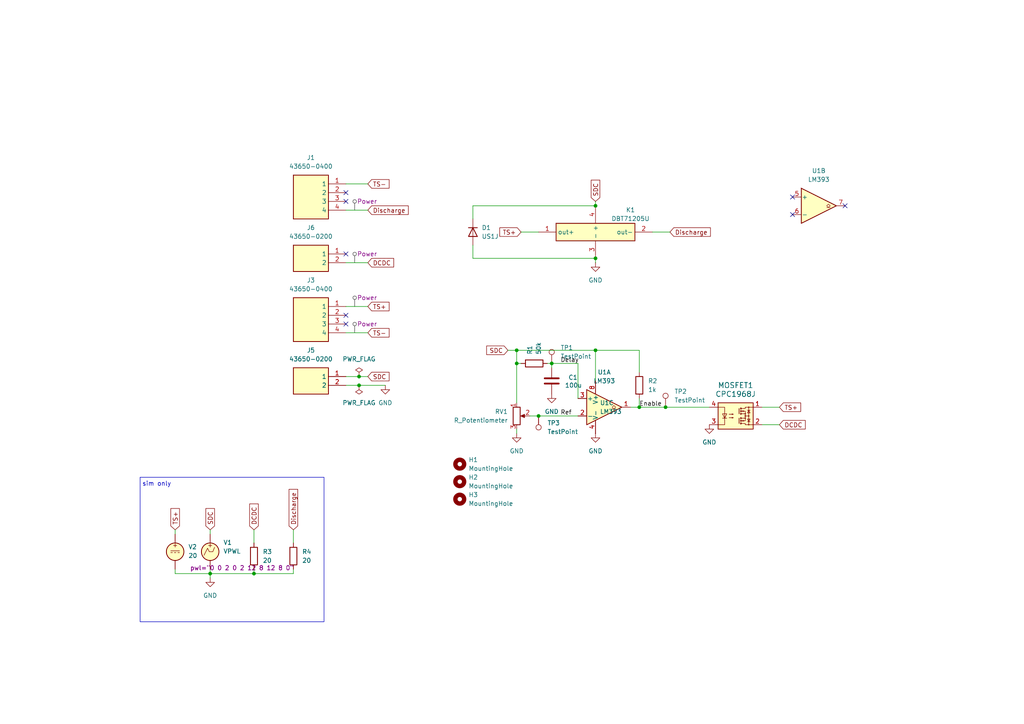
<source format=kicad_sch>
(kicad_sch (version 20250114) (generator "eeschema") (generator_version "9.0")
  (paper "A4")
  (lib_symbols
    (symbol "43650-0200:43650-0200"
      (property "Reference" "J" (at 16.51 7.62 0))
      (property "Value" "43650-0200" (at 16.51 5.08 0))
      (symbol "43650-0200_1_1"
        (rectangle (start 5.08 2.54) (end 15.24 -5.08) (stroke (width 0.254)) (fill (type background)))
        (pin passive line (at 0 0 0) (length 5.08) (name "2") (number "2"))
        (pin passive line (at 0 -2.54 0) (length 5.08) (name "1") (number "1"))
      )
    )
    (symbol "43650-0400:43650-0400"
      (property "Reference" "J" (at 16.51 7.62 0))
      (property "Value" "43650-0400" (at 16.51 5.08 0))
      (symbol "43650-0400_1_1"
        (rectangle (start 5.08 2.54) (end 15.24 -10.16) (stroke (width 0.254)) (fill (type background)))
        (pin passive line (at 0 0 0) (length 5.08) (name "4") (number "4"))
        (pin passive line (at 0 -2.54 0) (length 5.08) (name "3") (number "3"))
        (pin passive line (at 0 -5.08 0) (length 5.08) (name "2") (number "2"))
        (pin passive line (at 0 -7.62 0) (length 5.08) (name "1") (number "1"))
      )
    )
    (symbol "CPC1968J:CPC1968J" (pin_names (offset 0.254))
      (property "Reference" "MOSFET" (at 20.32 10.16 0))
      (property "Value" "CPC1968J" (at 20.32 7.62 0))
      (symbol "CPC1968J_0_1"
        (rectangle (start 2.54 1.27) (end 12.7 -6.35) (stroke (width 0.254)) (fill (type background)))
        (polyline (pts (xy 2.54 0) (xy 4.445 0) (xy 4.445 -5.08) (xy 2.54 -5.08)))
        (polyline (pts (xy 3.81 -3.175) (xy 5.08 -3.175)))
        (polyline (pts (xy 4.445 -3.175) (xy 3.81 -1.905) (xy 5.08 -1.905) (xy 4.445 -3.175)))
        (polyline (pts (xy 5.715 -2.032) (xy 6.985 -2.032) (xy 6.604 -2.159) (xy 6.604 -1.905) (xy 6.985 -2.032)))
        (polyline (pts (xy 5.715 -3.048) (xy 6.985 -3.048) (xy 6.604 -3.175) (xy 6.604 -2.921) (xy 6.985 -3.048)))
        (polyline (pts (xy 8.636 -0.381) (xy 8.636 -1.905)) (stroke (width 0.2032)))
        (polyline (pts (xy 8.636 -3.175) (xy 8.636 -4.699)) (stroke (width 0.2032)))
        (polyline (pts (xy 9.144 -0.254) (xy 9.144 -0.508) (xy 9.144 -0.508)) (stroke (width 0.3556)))
        (polyline (pts (xy 9.144 -1.016) (xy 9.144 -1.27) (xy 9.144 -1.27)) (stroke (width 0.3556)))
        (polyline (pts (xy 9.144 -1.778) (xy 9.144 -2.032) (xy 9.144 -2.032)) (stroke (width 0.3556)))
        (polyline (pts (xy 9.144 -3.048) (xy 9.144 -3.302)) (stroke (width 0.3556)))
        (polyline (pts (xy 9.144 -3.81) (xy 9.144 -4.064) (xy 9.144 -4.064)) (stroke (width 0.3556)))
        (polyline (pts (xy 9.144 -4.572) (xy 9.144 -4.826) (xy 9.144 -4.826)) (stroke (width 0.3556)))
        (polyline (pts (xy 9.271 -0.381) (xy 10.414 -0.381) (xy 10.414 0) (xy 12.7 0)))
        (polyline (pts (xy 9.271 -1.143) (xy 10.414 -1.143) (xy 10.414 -1.905)))
        (polyline (pts (xy 9.271 -3.175) (xy 10.414 -3.175) (xy 10.414 -1.905) (xy 9.271 -1.905)))
        (polyline (pts (xy 9.271 -3.937) (xy 10.414 -3.937) (xy 10.414 -3.175)))
        (polyline (pts (xy 9.271 -4.699) (xy 10.414 -4.699) (xy 10.414 -5.08) (xy 12.7 -5.08)))
        (polyline (pts (xy 9.398 -1.143) (xy 9.906 -1.016) (xy 9.906 -1.27) (xy 9.398 -1.143)))
        (polyline (pts (xy 9.398 -3.937) (xy 9.906 -3.81) (xy 9.906 -4.064) (xy 9.398 -3.937)))
        (circle (center 10.414 -1.905) (radius 0.127))
        (polyline (pts (xy 10.414 -2.54) (xy 11.43 -2.54)))
        (circle (center 10.414 -2.54) (radius 0.127))
        (circle (center 10.414 -3.175) (radius 0.127))
        (polyline (pts (xy 11.049 -0.889) (xy 11.811 -0.889)))
        (polyline (pts (xy 11.049 -4.191) (xy 11.811 -4.191)))
        (circle (center 11.43 0) (radius 0.127))
        (polyline (pts (xy 11.43 -0.889) (xy 11.049 -1.651) (xy 11.811 -1.651) (xy 11.43 -0.889)))
        (circle (center 11.43 -2.54) (radius 0.127))
        (polyline (pts (xy 11.43 -4.191) (xy 11.049 -3.429) (xy 11.811 -3.429) (xy 11.43 -4.191)))
        (polyline (pts (xy 11.43 -5.08) (xy 11.43 0)))
        (circle (center 11.43 -5.08) (radius 0.127))
      )
      (symbol "CPC1968J_1_1"
        (pin passive line (at 0 0 0) (length 2.54) (name "~") (number "4"))
        (pin passive line (at 0 -5.08 0) (length 2.54) (name "~") (number "3"))
        (pin passive line (at 15.24 0 180) (length 2.54) (name "~") (number "1"))
        (pin passive line (at 15.24 -5.08 180) (length 2.54) (name "~") (number "2"))
      )
    )
    (symbol "Comparator:LM393" (pin_names (offset 0.127))
      (property "Reference" "U" (at 3.81 3.81 0))
      (property "Value" "LM393" (at 6.35 -3.81 0))
      (symbol "LM393_1_1"
        (polyline (pts (xy -5.08 5.08) (xy 5.08 0) (xy -5.08 -5.08) (xy -5.08 5.08)) (stroke (width 0.254)) (fill (type background)))
        (polyline (pts (xy 3.302 -0.508) (xy 2.794 -0.508) (xy 3.302 0) (xy 2.794 0.508) (xy 2.286 0) (xy 2.794 -0.508) (xy 2.286 -0.508)) (stroke (width 0.127)))
        (pin input line (at -7.62 2.54 0) (length 2.54) (name "+") (number "3"))
        (pin input line (at -7.62 -2.54 0) (length 2.54) (name "-") (number "2"))
        (pin open_collector line (at 7.62 0 180) (length 2.54) (name "~") (number "1"))
      )
      (symbol "LM393_2_1"
        (polyline (pts (xy -5.08 5.08) (xy 5.08 0) (xy -5.08 -5.08) (xy -5.08 5.08)) (stroke (width 0.254)) (fill (type background)))
        (polyline (pts (xy 3.302 -0.508) (xy 2.794 -0.508) (xy 3.302 0) (xy 2.794 0.508) (xy 2.286 0) (xy 2.794 -0.508) (xy 2.286 -0.508)) (stroke (width 0.127)))
        (pin input line (at -7.62 2.54 0) (length 2.54) (name "+") (number "5"))
        (pin input line (at -7.62 -2.54 0) (length 2.54) (name "-") (number "6"))
        (pin open_collector line (at 7.62 0 180) (length 2.54) (name "~") (number "7"))
      )
      (symbol "LM393_3_1"
        (pin power_in line (at -2.54 7.62 270) (length 3.81) (name "V+") (number "8"))
        (pin power_in line (at -2.54 -7.62 90) (length 3.81) (name "V-") (number "4"))
      )
    )
    (symbol "Connector:TestPoint" (pin_numbers (hide yes)) (pin_names (offset 0.762) (hide yes))
      (property "Reference" "TP" (at 0 6.858 0))
      (property "Value" "TestPoint" (at 0 5.08 0))
      (symbol "TestPoint_0_1"
        (circle (center 0 3.302) (radius 0.762))
      )
      (symbol "TestPoint_1_1"
        (pin passive line (at 0 0 90) (length 2.54) (name "1") (number "1"))
      )
    )
    (symbol "DBT71205U:DBT71205U"
      (property "Reference" "K" (at 21.59 12.7 0))
      (property "Value" "DBT71205U" (at 21.59 10.16 0))
      (symbol "DBT71205U_1_1"
        (rectangle (start 5.08 2.54) (end 27.94 -2.54) (stroke (width 0.254)) (fill (type background)))
        (pin passive line (at 0 0 0) (length 5.08) (name "out+") (number "1"))
        (pin passive line (at 16.51 7.62 270) (length 5.08) (name "+") (number "4"))
        (pin passive line (at 16.51 -7.62 90) (length 5.08) (name "-") (number "3"))
        (pin passive line (at 33.02 0 180) (length 5.08) (name "out-") (number "2"))
      )
    )
    (symbol "Device:C" (pin_numbers (hide yes)) (pin_names (offset 0.254))
      (property "Reference" "C" (at 0.635 2.54 0))
      (property "Value" "C" (at 0.635 -2.54 0))
      (symbol "C_0_1"
        (polyline (pts (xy -2.032 0.762) (xy 2.032 0.762)) (stroke (width 0.508)))
        (polyline (pts (xy -2.032 -0.762) (xy 2.032 -0.762)) (stroke (width 0.508)))
      )
      (symbol "C_1_1"
        (pin passive line (at 0 3.81 270) (length 2.794) (name "~") (number "1"))
        (pin passive line (at 0 -3.81 90) (length 2.794) (name "~") (number "2"))
      )
    )
    (symbol "Device:R" (pin_numbers (hide yes)) (pin_names (offset 0))
      (property "Reference" "R" (at 2.032 0 90))
      (property "Value" "R" (at 0 0 90))
      (symbol "R_0_1"
        (rectangle (start -1.016 -2.54) (end 1.016 2.54) (stroke (width 0.254)))
      )
      (symbol "R_1_1"
        (pin passive line (at 0 3.81 270) (length 1.27) (name "~") (number "1"))
        (pin passive line (at 0 -3.81 90) (length 1.27) (name "~") (number "2"))
      )
    )
    (symbol "Device:R_Potentiometer" (pin_names (offset 1.016) (hide yes))
      (property "Reference" "RV" (at -4.445 0 90))
      (property "Value" "R_Potentiometer" (at -2.54 0 90))
      (symbol "R_Potentiometer_0_1"
        (rectangle (start 1.016 2.54) (end -1.016 -2.54) (stroke (width 0.254)))
        (polyline (pts (xy 1.143 0) (xy 2.286 0.508) (xy 2.286 -0.508) (xy 1.143 0)) (fill (type outline)))
        (polyline (pts (xy 2.54 0) (xy 1.524 0)))
      )
      (symbol "R_Potentiometer_1_1"
        (pin passive line (at 0 3.81 270) (length 1.27) (name "1") (number "1"))
        (pin passive line (at 0 -3.81 90) (length 1.27) (name "3") (number "3"))
        (pin passive line (at 3.81 0 180) (length 1.27) (name "2") (number "2"))
      )
    )
    (symbol "Diode:US1J" (pin_numbers (hide yes)) (pin_names (hide yes))
      (property "Reference" "D" (at 0 2.54 0))
      (property "Value" "US1J" (at 0 -2.54 0))
      (symbol "US1J_0_1"
        (polyline (pts (xy -1.27 1.27) (xy -1.27 -1.27)) (stroke (width 0.254)))
        (polyline (pts (xy 1.27 1.27) (xy 1.27 -1.27) (xy -1.27 0) (xy 1.27 1.27)) (stroke (width 0.254)))
        (polyline (pts (xy 1.27 0) (xy -1.27 0)))
      )
      (symbol "US1J_1_1"
        (pin passive line (at -3.81 0 0) (length 2.54) (name "K") (number "1"))
        (pin passive line (at 3.81 0 180) (length 2.54) (name "A") (number "2"))
      )
    )
    (symbol "Mechanical:MountingHole" (pin_names (offset 1.016)) (in_bom no)
      (property "Reference" "H" (at 0 5.08 0))
      (property "Value" "MountingHole" (at 0 3.175 0))
      (symbol "MountingHole_0_1"
        (circle (center 0 0) (radius 1.27) (stroke (width 1.27)))
      )
    )
    (symbol "Simulation_SPICE:VDC" (pin_numbers (hide yes)) (pin_names (offset 0.0254))
      (property "Reference" "V" (at 2.54 2.54 0))
      (property "Value" "1" (at 2.54 0 0))
      (symbol "VDC_0_0"
        (polyline (pts (xy -1.27 0.254) (xy 1.27 0.254)))
        (polyline (pts (xy -0.762 -0.254) (xy -1.27 -0.254)))
        (polyline (pts (xy 0.254 -0.254) (xy -0.254 -0.254)))
        (polyline (pts (xy 1.27 -0.254) (xy 0.762 -0.254)))
        (text "+" (at 0 1.905 0) (effects (font (size 1.27 1.27))))
      )
      (symbol "VDC_0_1"
        (circle (center 0 0) (radius 2.54) (stroke (width 0.254)) (fill (type background)))
      )
      (symbol "VDC_1_1"
        (pin passive line (at 0 5.08 270) (length 2.54) (name "~") (number "1"))
        (pin passive line (at 0 -5.08 90) (length 2.54) (name "~") (number "2"))
      )
    )
    (symbol "Simulation_SPICE:VPWL" (pin_numbers (hide yes)) (pin_names (offset 0.0254))
      (property "Reference" "V" (at 2.54 2.54 0))
      (property "Value" "VPWL" (at 2.54 0 0))
      (property "Sim.Params" "pwl=\"0 -1 50n -1 51n 0 97n 1 171n -1 200n -1\"" (at 2.54 -2.54 0))
      (symbol "VPWL_0_0"
        (polyline (pts (xy -1.778 -1.016) (xy -0.762 1.016) (xy -0.254 0) (xy 0.762 0) (xy 1.27 1.27)))
        (text "+" (at 0 1.905 0) (effects (font (size 1.27 1.27))))
      )
      (symbol "VPWL_0_1"
        (circle (center 0 0) (radius 2.54) (stroke (width 0.254)) (fill (type background)))
      )
      (symbol "VPWL_1_1"
        (pin passive line (at 0 5.08 270) (length 2.54) (name "~") (number "1"))
        (pin passive line (at 0 -5.08 90) (length 2.54) (name "~") (number "2"))
      )
    )
    (symbol "power:GND" (power) (pin_numbers (hide yes)) (pin_names (offset 0) (hide yes))
      (property "Value" "GND" (at 0 -3.81 0))
      (symbol "GND_0_1"
        (polyline (pts (xy 0 0) (xy 0 -1.27) (xy 1.27 -1.27) (xy 0 -2.54) (xy -1.27 -1.27) (xy 0 -1.27)))
      )
      (symbol "GND_1_1"
        (pin power_in line (at 0 0 270) (length 0) (name "~") (number "1"))
      )
    )
    (symbol "power:PWR_FLAG" (power) (pin_numbers (hide yes)) (pin_names (offset 0) (hide yes))
      (property "Value" "PWR_FLAG" (at 0 3.81 0))
      (symbol "PWR_FLAG_0_0"
        (pin power_out line (at 0 0 90) (length 0) (name "~") (number "1"))
      )
      (symbol "PWR_FLAG_0_1"
        (polyline (pts (xy 0 0) (xy 0 1.27) (xy -1.016 1.905) (xy 0 2.54) (xy 1.016 1.905) (xy 0 1.27)))
      )
    )
  )
  (rectangle (start 40.64 138.43) (end 93.98 180.34))
  (text "sim only" (at 45.466 140.462 0) (effects (font (size 1.27 1.27))))
  (junction (at 160.02 105.41))
  (junction (at 104.14 109.22))
  (junction (at 60.96 166.37))
  (junction (at 172.72 59.69))
  (junction (at 156.21 120.65))
  (junction (at 149.86 101.6))
  (junction (at 149.86 105.41))
  (junction (at 172.72 101.6))
  (junction (at 193.04 118.11))
  (junction (at 104.14 111.76))
  (junction (at 172.72 74.93))
  (junction (at 185.42 118.11))
  (junction (at 73.66 166.37))
  (no_connect (at 100.33 55.88))
  (no_connect (at 100.33 93.98))
  (no_connect (at 100.33 73.66))
  (no_connect (at 229.87 57.15))
  (no_connect (at 100.33 58.42))
  (no_connect (at 229.87 62.23))
  (no_connect (at 245.11 59.69))
  (no_connect (at 100.33 91.44))
  (wire (pts (xy 100.33 111.76) (xy 104.14 111.76)))
  (wire (pts (xy 149.86 101.6) (xy 149.86 105.41)))
  (wire (pts (xy 149.86 101.6) (xy 172.72 101.6)))
  (wire (pts (xy 104.14 111.76) (xy 111.76 111.76)))
  (wire (pts (xy 185.42 118.11) (xy 193.04 118.11)))
  (wire (pts (xy 147.32 101.6) (xy 149.86 101.6)))
  (wire (pts (xy 100.33 53.34) (xy 106.68 53.34)))
  (wire (pts (xy 193.04 118.11) (xy 205.74 118.11)))
  (wire (pts (xy 85.09 153.67) (xy 85.09 157.48)))
  (wire (pts (xy 73.66 165.1) (xy 73.66 166.37)))
  (wire (pts (xy 185.42 101.6) (xy 185.42 107.95)))
  (wire (pts (xy 85.09 165.1) (xy 85.09 166.37)))
  (wire (pts (xy 172.72 59.69) (xy 137.16 59.69)))
  (wire (pts (xy 160.02 106.68) (xy 160.02 105.41)))
  (wire (pts (xy 151.13 67.31) (xy 156.21 67.31)))
  (wire (pts (xy 167.64 105.41) (xy 167.64 115.57)))
  (wire (pts (xy 172.72 58.42) (xy 172.72 59.69)))
  (wire (pts (xy 100.33 88.9) (xy 106.68 88.9)))
  (wire (pts (xy 158.75 105.41) (xy 160.02 105.41)))
  (wire (pts (xy 85.09 166.37) (xy 73.66 166.37)))
  (wire (pts (xy 50.8 166.37) (xy 60.96 166.37)))
  (wire (pts (xy 182.88 118.11) (xy 185.42 118.11)))
  (wire (pts (xy 73.66 153.67) (xy 73.66 157.48)))
  (wire (pts (xy 73.66 166.37) (xy 60.96 166.37)))
  (wire (pts (xy 50.8 153.67) (xy 50.8 154.94)))
  (wire (pts (xy 220.98 123.19) (xy 226.06 123.19)))
  (wire (pts (xy 149.86 125.73) (xy 149.86 124.46)))
  (wire (pts (xy 153.67 120.65) (xy 156.21 120.65)))
  (wire (pts (xy 137.16 74.93) (xy 172.72 74.93)))
  (wire (pts (xy 220.98 118.11) (xy 226.06 118.11)))
  (wire (pts (xy 172.72 76.2) (xy 172.72 74.93)))
  (wire (pts (xy 149.86 105.41) (xy 149.86 116.84)))
  (wire (pts (xy 160.02 105.41) (xy 167.64 105.41)))
  (wire (pts (xy 185.42 115.57) (xy 185.42 118.11)))
  (wire (pts (xy 106.68 109.22) (xy 104.14 109.22)))
  (wire (pts (xy 50.8 165.1) (xy 50.8 166.37)))
  (wire (pts (xy 189.23 67.31) (xy 194.31 67.31)))
  (wire (pts (xy 100.33 60.96) (xy 106.68 60.96)))
  (wire (pts (xy 137.16 71.12) (xy 137.16 74.93)))
  (wire (pts (xy 156.21 120.65) (xy 167.64 120.65)))
  (wire (pts (xy 137.16 59.69) (xy 137.16 63.5)))
  (wire (pts (xy 60.96 153.67) (xy 60.96 154.94)))
  (wire (pts (xy 172.72 101.6) (xy 185.42 101.6)))
  (wire (pts (xy 100.33 109.22) (xy 104.14 109.22)))
  (wire (pts (xy 106.68 76.2) (xy 100.33 76.2)))
  (wire (pts (xy 60.96 166.37) (xy 60.96 167.64)))
  (wire (pts (xy 106.68 96.52) (xy 100.33 96.52)))
  (wire (pts (xy 172.72 101.6) (xy 172.72 110.49)))
  (wire (pts (xy 60.96 165.1) (xy 60.96 166.37)))
  (wire (pts (xy 149.86 105.41) (xy 151.13 105.41)))
  (label "Enable" (at 185.42 118.11 0))
  (label "Delay" (at 162.56 105.41 0))
  (label "Ref" (at 162.56 120.65 0))
  (global_label "SDC" (shape input) (at 172.72 58.42 90) (property "Intersheetrefs" "${INTERSHEET_REFS}" (effects (hide yes))))
  (global_label "SDC" (shape input) (at 60.96 153.67 90) (property "Intersheetrefs" "${INTERSHEET_REFS}" (effects (hide yes))))
  (global_label "Discharge" (shape input) (at 106.68 60.96 0) (property "Intersheetrefs" "${INTERSHEET_REFS}" (effects (hide yes))))
  (global_label "DCDC" (shape input) (at 73.66 153.67 90) (property "Intersheetrefs" "${INTERSHEET_REFS}" (effects (hide yes))))
  (global_label "Discharge" (shape input) (at 194.31 67.31 0) (property "Intersheetrefs" "${INTERSHEET_REFS}" (effects (hide yes))))
  (global_label "Discharge" (shape input) (at 85.09 153.67 90) (property "Intersheetrefs" "${INTERSHEET_REFS}" (effects (hide yes))))
  (global_label "TS+" (shape input) (at 50.8 153.67 90) (property "Intersheetrefs" "${INTERSHEET_REFS}" (effects (hide yes))))
  (global_label "TS+" (shape input) (at 106.68 88.9 0) (property "Intersheetrefs" "${INTERSHEET_REFS}" (effects (hide yes))))
  (global_label "DCDC" (shape input) (at 106.68 76.2 0) (property "Intersheetrefs" "${INTERSHEET_REFS}" (effects (hide yes))))
  (global_label "TS+" (shape input) (at 151.13 67.31 180) (property "Intersheetrefs" "${INTERSHEET_REFS}" (effects (hide yes))))
  (global_label "TS+" (shape input) (at 226.06 118.11 0) (property "Intersheetrefs" "${INTERSHEET_REFS}" (effects (hide yes))))
  (global_label "SDC" (shape input) (at 147.32 101.6 180) (property "Intersheetrefs" "${INTERSHEET_REFS}" (effects (hide yes))))
  (global_label "TS-" (shape input) (at 106.68 53.34 0) (property "Intersheetrefs" "${INTERSHEET_REFS}" (effects (hide yes))))
  (global_label "SDC" (shape input) (at 106.68 109.22 0) (property "Intersheetrefs" "${INTERSHEET_REFS}" (effects (hide yes))))
  (global_label "DCDC" (shape input) (at 226.06 123.19 0) (property "Intersheetrefs" "${INTERSHEET_REFS}" (effects (hide yes))))
  (global_label "TS-" (shape input) (at 106.68 96.52 0) (property "Intersheetrefs" "${INTERSHEET_REFS}" (effects (hide yes))))
  (netclass_flag "" (length 2.54) (shape round) (at 102.87 96.52 0) (property "Netclass" "Power" (at 103.5685 93.98 0) (effects (justify left))))
  (netclass_flag "" (length 2.54) (shape round) (at 102.87 60.96 0) (property "Netclass" "Power" (at 103.5685 58.42 0) (effects (justify left))))
  (netclass_flag "" (length 2.54) (shape round) (at 102.87 76.2 0) (property "Netclass" "Power" (at 103.5685 73.66 0) (effects (justify left))))
  (netclass_flag "" (length 2.54) (shape round) (at 102.87 88.9 0) (property "Netclass" "Power" (at 103.5685 86.36 0) (effects (justify left))))
  (symbol (lib_id "Connector:TestPoint") (at 193.04 118.11 0) (unit 1) (exclude_from_sim yes) (in_bom no)
    (property "Reference" "TP2" (at 195.58 113.5379 0) (effects (justify left)))
    (property "Value" "TestPoint" (at 195.58 116.0779 0) (effects (justify left)))
    (property "Footprint" "TestPoint:TestPoint_THTPad_D1.5mm_Drill0.7mm" (effects (hide yes)))
    (property "Description" "Out" (effects (hide yes)))
  )
  (symbol (lib_id "power:GND") (at 160.02 114.3 0) (unit 1)
    (property "Reference" "#PWR02" (effects (hide yes)))
    (property "Value" "GND" (at 160.02 119.38 0))
    (property "Description" "Power symbol creates a global label with name \"GND\" , ground" (effects (hide yes)))
  )
  (symbol (lib_id "Simulation_SPICE:VPWL") (at 60.96 160.02 0) (unit 1) (in_bom no) (on_board no)
    (property "Reference" "V1" (at 64.77 157.3501 0) (effects (justify left)))
    (property "Value" "VPWL" (at 64.77 159.8901 0) (effects (justify left)))
    (property "Datasheet" "https://ngspice.sourceforge.io/docs/ngspice-html-manual/manual.xhtml#sec_Independent_Sources_for" (effects (hide yes)))
    (property "Description" "Voltage source, piece-wise linear" (effects (hide yes)))
    (property "Sim.Pins" "1=+ 2=-" (effects (hide yes)))
    (property "Sim.Device" "V" (effects (hide yes)))
    (property "Sim.Params" "pwl=\"0 0 2 0 2 12 8 12 8 0\"" (at 55.118 164.7161 0) (effects (justify left)))
    (property "Sim.Type" "PWL" (effects (hide yes)))
  )
  (symbol (lib_id "power:PWR_FLAG") (at 104.14 109.22 0) (unit 1) (exclude_from_sim yes)
    (property "Reference" "#FLG01" (effects (hide yes)))
    (property "Value" "PWR_FLAG" (at 104.14 104.14 0))
    (property "Description" "Special symbol for telling ERC where power comes from" (effects (hide yes)))
  )
  (symbol (lib_id "Device:C") (at 160.02 110.49 0) (unit 1)
    (property "Reference" "C1" (at 164.846 109.4739 0) (effects (justify left)))
    (property "Value" "100u" (at 163.83 111.7599 0) (effects (justify left)))
    (property "Footprint" "Capacitor_SMD:C_1210_3225Metric_Pad1.33x2.70mm_HandSolder" (effects (hide yes)))
    (property "Datasheet" "https://www.mouser.tw/ProductDetail/TAIYO-YUDEN/EMK325ABJ107MM-T?qs=I6KAKw0tg2y0ShKbEoYruw%3D%3D" (effects (hide yes)))
    (property "Description" "EMK325ABJ107MM-T" (effects (hide yes)))
  )
  (symbol (lib_id "power:GND") (at 60.96 167.64 0) (unit 1) (in_bom no) (on_board no)
    (property "Reference" "#PWR07" (effects (hide yes)))
    (property "Value" "GND" (at 60.96 172.72 0))
    (property "Description" "Power symbol creates a global label with name \"GND\" , ground" (effects (hide yes)))
  )
  (symbol (lib_id "Device:R") (at 154.94 105.41 270) (unit 1)
    (property "Reference" "R1" (at 153.6699 102.87 0) (effects (justify right)))
    (property "Value" "50k" (at 156.2099 102.87 0) (effects (justify right)))
    (property "Footprint" "Resistor_SMD:R_0603_1608Metric_Pad0.98x0.95mm_HandSolder" (effects (hide yes)))
    (property "Datasheet" "https://www.mouser.tw/ProductDetail/YAGEO/RT0603BRD0750KL?qs=sGAEpiMZZMtlubZbdhIBIEgN9MQql2m6ewcteVFRdgU%3D" (effects (hide yes)))
    (property "Description" "RT0603BRD0750KL" (effects (hide yes)))
  )
  (symbol (lib_id "Comparator:LM393") (at 175.26 118.11 0) (unit 3)
    (property "Reference" "U1" (at 173.99 116.8399 0) (effects (justify left)))
    (property "Value" "LM393" (at 173.99 119.3799 0) (effects (justify left)))
    (property "Footprint" "Package_SO:TSSOP-8_4.4x3mm_P0.65mm" (effects (hide yes)))
    (property "Datasheet" "https://www.mouser.tw/ProductDetail/Texas-Instruments/LM393BIPWR?qs=OlC7AqGiEDk6Hx8FCoL%252BIg%3D%3D" (effects (hide yes)))
    (property "Description" "LM393PWR , Low-Power, Low-Offset Voltage, Dual Comparators, DIP-8/SOIC-8/TO-99-8" (effects (hide yes)))
    (property "Sim.Library" "lm393/lm393.lib" (effects (hide yes)))
    (property "Sim.Name" "LM2903B" (effects (hide yes)))
    (property "Sim.Device" "SUBCKT" (effects (hide yes)))
    (property "Sim.Pins" "1=OUT 2=IN- 3=IN+ 4=GND 8=Vcc" (effects (hide yes)))
  )
  (symbol (lib_id "Device:R") (at 185.42 111.76 180) (unit 1)
    (property "Reference" "R2" (at 187.96 110.4899 0) (effects (justify right)))
    (property "Value" "1k" (at 187.96 113.0299 0) (effects (justify right)))
    (property "Footprint" "Resistor_SMD:R_0603_1608Metric_Pad0.98x0.95mm_HandSolder" (effects (hide yes)))
    (property "Datasheet" "https://www.mouser.tw/ProductDetail/YAGEO/RT0603BRD071KL?qs=axriQ0Yj988c5hDxadHTkg%3D%3D" (effects (hide yes)))
    (property "Description" "RT0603BRD071KL" (effects (hide yes)))
  )
  (symbol (lib_id "Comparator:LM393") (at 175.26 118.11 0) (unit 1)
    (property "Reference" "U1" (at 175.26 107.95 0))
    (property "Value" "LM393" (at 175.26 110.49 0))
    (property "Footprint" "Package_SO:TSSOP-8_4.4x3mm_P0.65mm" (effects (hide yes)))
    (property "Datasheet" "https://www.mouser.tw/ProductDetail/Texas-Instruments/LM393BIPWR?qs=OlC7AqGiEDk6Hx8FCoL%252BIg%3D%3D" (effects (hide yes)))
    (property "Description" "LM393PWR , Low-Power, Low-Offset Voltage, Dual Comparators, DIP-8/SOIC-8/TO-99-8" (effects (hide yes)))
    (property "Sim.Library" "lm393/lm393.lib" (effects (hide yes)))
    (property "Sim.Name" "LM2903B" (effects (hide yes)))
    (property "Sim.Device" "SUBCKT" (effects (hide yes)))
    (property "Sim.Pins" "1=OUT 2=IN- 3=IN+ 4=GND 8=Vcc" (effects (hide yes)))
  )
  (symbol (lib_id "Mechanical:MountingHole") (at 133.35 144.78 0) (unit 1) (exclude_from_sim yes) (in_bom no)
    (property "Reference" "H3" (at 135.89 143.5099 0) (effects (justify left)))
    (property "Value" "MountingHole" (at 135.89 146.0499 0) (effects (justify left)))
    (property "Footprint" "MountingHole:MountingHole_4.3mm_M4" (effects (hide yes)))
    (property "Description" "Mounting Hole without connection" (effects (hide yes)))
  )
  (symbol (lib_id "43650-0200:43650-0200") (at 100.33 76.2 180) (unit 1) (exclude_from_sim yes)
    (property "Reference" "J6" (at 90.17 66.04 0))
    (property "Value" "43650-0200" (at 90.17 68.58 0))
    (property "Footprint" "43650-0200:43650-02_00,01,02_" (effects (hide yes)))
    (property "Datasheet" "https://www.mouser.tw/ProductDetail/Molex/43650-0200?qs=HlEFOAM0q6XGaAJJj3Pssw%3D%3D" (effects (hide yes)))
    (property "Description" "Micro-Fit 3.0 Right-Angle Header, 3.00mm Pitch, Single Row, 2 Circuits, with Snap-in Plastic Peg PCB Lock, Glow-Wire Capable, Black" (effects (hide yes)))
    (property "Height" "5.57" (effects (hide yes)))
    (property "Mouser Part Number" "538-43650-0200" (effects (hide yes)))
    (property "Mouser Price/Stock" "https://www.mouser.co.uk/ProductDetail/Molex/43650-0200?qs=HlEFOAM0q6XGaAJJj3Pssw%3D%3D" (effects (hide yes)))
    (property "Manufacturer_Name" "Molex" (effects (hide yes)))
    (property "Manufacturer_Part_Number" "43650-0200" (effects (hide yes)))
  )
  (symbol (lib_id "Mechanical:MountingHole") (at 133.35 139.7 0) (unit 1) (exclude_from_sim yes) (in_bom no)
    (property "Reference" "H2" (at 135.89 138.4299 0) (effects (justify left)))
    (property "Value" "MountingHole" (at 135.89 140.9699 0) (effects (justify left)))
    (property "Footprint" "MountingHole:MountingHole_4.3mm_M4" (effects (hide yes)))
    (property "Description" "Mounting Hole without connection" (effects (hide yes)))
  )
  (symbol (lib_id "43650-0400:43650-0400") (at 100.33 96.52 180) (unit 1) (exclude_from_sim yes)
    (property "Reference" "J3" (at 90.17 81.28 0))
    (property "Value" "43650-0400" (at 90.17 83.82 0))
    (property "Footprint" "43650-0400:43650-04_00,01,02_" (effects (hide yes)))
    (property "Datasheet" "https://www.mouser.tw/ProductDetail/Molex/43650-0400?qs=A%252B%2FNCR0PvNV09lp6LzdRYg%3D%3D" (effects (hide yes)))
    (property "Description" "Micro-Fit 3.0 Right-Angle Header, 3.00mm Pitch, Single Row, 4 Circuits, with Snap-in Plastic Peg PCB Lock, Glow-Wire Capable, Black" (effects (hide yes)))
    (property "Height" "5.57" (effects (hide yes)))
    (property "Mouser Part Number" "538-43650-0400" (effects (hide yes)))
    (property "Mouser Price/Stock" "https://www.mouser.co.uk/ProductDetail/Molex/43650-0400?qs=A%252B%2FNCR0PvNV09lp6LzdRYg%3D%3D" (effects (hide yes)))
    (property "Manufacturer_Name" "Molex" (effects (hide yes)))
    (property "Manufacturer_Part_Number" "43650-0400" (effects (hide yes)))
  )
  (symbol (lib_id "Device:R_Potentiometer") (at 149.86 120.65 0) (unit 1)
    (property "Reference" "RV1" (at 147.32 119.3799 0) (effects (justify right)))
    (property "Value" "R_Potentiometer" (at 147.32 121.9199 0) (effects (justify right)))
    (property "Footprint" "Potentiometer_THT:Potentiometer_Bourns_3386P_Vertical" (effects (hide yes)))
    (property "Datasheet" "https://www.mouser.tw/ProductDetail/Bourns/3386P-DF6-104LF?qs=GObayqEFkQBe71%2FXK5EYGg%3D%3D" (effects (hide yes)))
    (property "Description" "3386P-DF6-104LF" (effects (hide yes)))
    (property "Sim.Library" "myPotentiometer/myPotentiometer.lib" (effects (hide yes)))
    (property "Sim.Name" "POT" (effects (hide yes)))
    (property "Sim.Device" "SUBCKT" (effects (hide yes)))
    (property "Sim.Pins" "1=1 2=2 3=3" (effects (hide yes)))
    (property "Sim.Params" "Rtot=100k setting=0.632" (effects (hide yes)))
  )
  (symbol (lib_id "Simulation_SPICE:VDC") (at 50.8 160.02 0) (unit 1) (in_bom no) (on_board no)
    (property "Reference" "V2" (at 54.61 158.6201 0) (effects (justify left)))
    (property "Value" "20" (at 54.61 161.1601 0) (effects (justify left)))
    (property "Datasheet" "https://ngspice.sourceforge.io/docs/ngspice-html-manual/manual.xhtml#sec_Independent_Sources_for" (effects (hide yes)))
    (property "Description" "Voltage source, DC" (effects (hide yes)))
    (property "Sim.Pins" "1=+ 2=-" (effects (hide yes)))
    (property "Sim.Type" "DC" (effects (hide yes)))
    (property "Sim.Device" "V" (effects (hide yes)))
  )
  (symbol (lib_id "43650-0200:43650-0200") (at 100.33 111.76 180) (unit 1) (exclude_from_sim yes)
    (property "Reference" "J5" (at 90.17 101.6 0))
    (property "Value" "43650-0200" (at 90.17 104.14 0))
    (property "Footprint" "43650-0200:43650-02_00,01,02_" (effects (hide yes)))
    (property "Datasheet" "https://www.mouser.tw/ProductDetail/Molex/43650-0200?qs=HlEFOAM0q6XGaAJJj3Pssw%3D%3D" (effects (hide yes)))
    (property "Description" "Micro-Fit 3.0 Right-Angle Header, 3.00mm Pitch, Single Row, 2 Circuits, with Snap-in Plastic Peg PCB Lock, Glow-Wire Capable, Black" (effects (hide yes)))
    (property "Height" "5.57" (effects (hide yes)))
    (property "Mouser Part Number" "538-43650-0200" (effects (hide yes)))
    (property "Mouser Price/Stock" "https://www.mouser.co.uk/ProductDetail/Molex/43650-0200?qs=HlEFOAM0q6XGaAJJj3Pssw%3D%3D" (effects (hide yes)))
    (property "Manufacturer_Name" "Molex" (effects (hide yes)))
    (property "Manufacturer_Part_Number" "43650-0200" (effects (hide yes)))
  )
  (symbol (lib_id "power:GND") (at 149.86 125.73 0) (unit 1)
    (property "Reference" "#PWR03" (effects (hide yes)))
    (property "Value" "GND" (at 149.86 130.81 0))
    (property "Description" "Power symbol creates a global label with name \"GND\" , ground" (effects (hide yes)))
  )
  (symbol (lib_id "power:GND") (at 172.72 125.73 0) (unit 1)
    (property "Reference" "#PWR04" (effects (hide yes)))
    (property "Value" "GND" (at 172.72 130.81 0))
    (property "Description" "Power symbol creates a global label with name \"GND\" , ground" (effects (hide yes)))
  )
  (symbol (lib_id "Comparator:LM393") (at 237.49 59.69 0) (unit 2)
    (property "Reference" "U1" (at 237.49 49.53 0))
    (property "Value" "LM393" (at 237.49 52.07 0))
    (property "Footprint" "Package_SO:TSSOP-8_4.4x3mm_P0.65mm" (effects (hide yes)))
    (property "Datasheet" "https://www.mouser.tw/ProductDetail/Texas-Instruments/LM393BIPWR?qs=OlC7AqGiEDk6Hx8FCoL%252BIg%3D%3D" (effects (hide yes)))
    (property "Description" "LM393PWR , Low-Power, Low-Offset Voltage, Dual Comparators, DIP-8/SOIC-8/TO-99-8" (effects (hide yes)))
    (property "Sim.Library" "lm393/lm393.lib" (effects (hide yes)))
    (property "Sim.Name" "LM2903B" (effects (hide yes)))
    (property "Sim.Device" "SUBCKT" (effects (hide yes)))
    (property "Sim.Pins" "1=OUT 2=IN- 3=IN+ 4=GND 8=Vcc" (effects (hide yes)))
  )
  (symbol (lib_id "Connector:TestPoint") (at 160.02 105.41 0) (unit 1) (exclude_from_sim yes) (in_bom no)
    (property "Reference" "TP1" (at 162.56 100.8379 0) (effects (justify left)))
    (property "Value" "TestPoint" (at 162.56 103.3779 0) (effects (justify left)))
    (property "Footprint" "TestPoint:TestPoint_THTPad_D1.5mm_Drill0.7mm" (effects (hide yes)))
    (property "Description" "RC" (effects (hide yes)))
  )
  (symbol (lib_id "Mechanical:MountingHole") (at 133.35 134.62 0) (unit 1) (exclude_from_sim yes) (in_bom no)
    (property "Reference" "H1" (at 135.89 133.3499 0) (effects (justify left)))
    (property "Value" "MountingHole" (at 135.89 135.8899 0) (effects (justify left)))
    (property "Footprint" "MountingHole:MountingHole_4.3mm_M4" (effects (hide yes)))
    (property "Description" "Mounting Hole without connection" (effects (hide yes)))
  )
  (symbol (lib_id "Connector:TestPoint") (at 156.21 120.65 180) (unit 1) (exclude_from_sim yes) (in_bom no)
    (property "Reference" "TP3" (at 158.75 122.6819 0) (effects (justify right)))
    (property "Value" "TestPoint" (at 158.75 125.2219 0) (effects (justify right)))
    (property "Footprint" "TestPoint:TestPoint_THTPad_D1.5mm_Drill0.7mm" (effects (hide yes)))
    (property "Description" "Ref" (effects (hide yes)))
  )
  (symbol (lib_id "CPC1968J:CPC1968J") (at 205.74 118.11 0) (unit 1)
    (property "Reference" "MOSFET1" (at 213.36 111.76 0) (effects (font (size 1.524 1.524))))
    (property "Value" "CPC1968J" (at 213.36 114.3 0) (effects (font (size 1.524 1.524))))
    (property "Footprint" "footprints:ISOPLUS-264_19P914X5P029_IXY" (effects (hide yes)))
    (property "Datasheet" "https://www.mouser.tw/ProductDetail/IXYS-Integrated-Circuits/CPC1968J?qs=MxzUEhdSHRboSx9wyWw%2FFA%3D%3D" (effects (hide yes)))
    (property "Sim.Device" "SW" (effects (hide yes)))
    (property "Sim.Type" "V" (effects (hide yes)))
    (property "Sim.Pins" "1=no+ 2=no- 3=ctrl- 4=ctrl+" (effects (hide yes)))
    (property "Sim.Params" "thr=5 ron=0.35 roff=500M ic=off" (effects (hide yes)))
  )
  (symbol (lib_id "power:GND") (at 111.76 111.76 0) (unit 1) (exclude_from_sim yes)
    (property "Reference" "#PWR01" (effects (hide yes)))
    (property "Value" "GND" (at 111.76 116.84 0))
    (property "Description" "Power symbol creates a global label with name \"GND\" , ground" (effects (hide yes)))
  )
  (symbol (lib_id "power:GND") (at 205.74 123.19 0) (unit 1)
    (property "Reference" "#PWR05" (effects (hide yes)))
    (property "Value" "GND" (at 205.74 128.27 0))
    (property "Description" "Power symbol creates a global label with name \"GND\" , ground" (effects (hide yes)))
  )
  (symbol (lib_id "43650-0400:43650-0400") (at 100.33 60.96 180) (unit 1) (exclude_from_sim yes)
    (property "Reference" "J1" (at 90.17 45.72 0))
    (property "Value" "43650-0400" (at 90.17 48.26 0))
    (property "Footprint" "43650-0400:43650-04_00,01,02_" (effects (hide yes)))
    (property "Datasheet" "https://www.mouser.tw/ProductDetail/Molex/43650-0400?qs=A%252B%2FNCR0PvNV09lp6LzdRYg%3D%3D" (effects (hide yes)))
    (property "Description" "Micro-Fit 3.0 Right-Angle Header, 3.00mm Pitch, Single Row, 4 Circuits, with Snap-in Plastic Peg PCB Lock, Glow-Wire Capable, Black" (effects (hide yes)))
    (property "Height" "5.57" (effects (hide yes)))
    (property "Mouser Part Number" "538-43650-0400" (effects (hide yes)))
    (property "Mouser Price/Stock" "https://www.mouser.co.uk/ProductDetail/Molex/43650-0400?qs=A%252B%2FNCR0PvNV09lp6LzdRYg%3D%3D" (effects (hide yes)))
    (property "Manufacturer_Name" "Molex" (effects (hide yes)))
    (property "Manufacturer_Part_Number" "43650-0400" (effects (hide yes)))
  )
  (symbol (lib_id "power:GND") (at 172.72 76.2 0) (unit 1)
    (property "Reference" "#PWR06" (effects (hide yes)))
    (property "Value" "GND" (at 172.72 81.28 0))
    (property "Description" "Power symbol creates a global label with name \"GND\" , ground" (effects (hide yes)))
  )
  (symbol (lib_id "Device:R") (at 73.66 161.29 180) (unit 1) (in_bom no) (on_board no)
    (property "Reference" "R3" (at 76.2 160.0199 0) (effects (justify right)))
    (property "Value" "20" (at 76.2 162.5599 0) (effects (justify right)))
    (property "Description" "Resistor" (effects (hide yes)))
  )
  (symbol (lib_id "Device:R") (at 85.09 161.29 180) (unit 1) (in_bom no) (on_board no)
    (property "Reference" "R4" (at 87.63 160.0199 0) (effects (justify right)))
    (property "Value" "20" (at 87.63 162.5599 0) (effects (justify right)))
    (property "Description" "Resistor" (effects (hide yes)))
  )
  (symbol (lib_id "Diode:US1J") (at 137.16 67.31 270) (unit 1)
    (property "Reference" "D1" (at 139.7 66.0399 90) (effects (justify left)))
    (property "Value" "US1J" (at 139.7 68.5799 90) (effects (justify left)))
    (property "Footprint" "Diode_SMD:D_SMA" (effects (hide yes)))
    (property "Datasheet" "https://www.mouser.tw/ProductDetail/Nexperia/US1JJ?qs=jcD%2FCkGBYePtLBmHur9V7g%3D%3D" (effects (hide yes)))
    (property "Description" "600V, 1A, General Purpose Rectifier Diode, SMA(DO-214AC)" (effects (hide yes)))
    (property "Sim.Device" "D" (effects (hide yes)))
    (property "Sim.Pins" "1=K 2=A" (effects (hide yes)))
  )
  (symbol (lib_id "power:PWR_FLAG") (at 104.14 111.76 180) (unit 1) (exclude_from_sim yes)
    (property "Reference" "#FLG02" (effects (hide yes)))
    (property "Value" "PWR_FLAG" (at 104.14 116.84 0))
    (property "Description" "Special symbol for telling ERC where power comes from" (effects (hide yes)))
  )
  (symbol (lib_id "DBT71205U:DBT71205U") (at 156.21 67.31 0) (unit 1)
    (property "Reference" "K1" (at 182.88 60.8898 0))
    (property "Value" "DBT71205U" (at 182.88 63.4298 0))
    (property "Footprint" "DBT71205U:DBT71205U" (effects (hide yes)))
    (property "Datasheet" "https://www.mouser.tw/ProductDetail/Cynergy3/DBT71205U?qs=OlC7AqGiEDmpzAJpsZ9Ytg%3D%3D" (effects (hide yes)))
    (property "Description" "RELAY REED SPST-NC 5KV12V" (effects (hide yes)))
    (property "Height" "18.5" (effects (hide yes)))
    (property "Mouser Part Number" "285-DBT71205U" (effects (hide yes)))
    (property "Mouser Price/Stock" "https://www.mouser.co.uk/ProductDetail/Cynergy3/DBT71205U?qs=OlC7AqGiEDmpzAJpsZ9Ytg%3D%3D" (effects (hide yes)))
    (property "Manufacturer_Name" "Sensata" (effects (hide yes)))
    (property "Manufacturer_Part_Number" "DBT71205U" (effects (hide yes)))
    (property "Sim.Device" "SW" (effects (hide yes)))
    (property "Sim.Type" "V" (effects (hide yes)))
    (property "Sim.Pins" "1=no- 2=no+ 3=ctrl- 4=ctrl+" (effects (hide yes)))
    (property "Sim.Params" "thr=2 his=0 ron=1e+12 roff=1 ic=on" (effects (hide yes)))
  )
)
</source>
